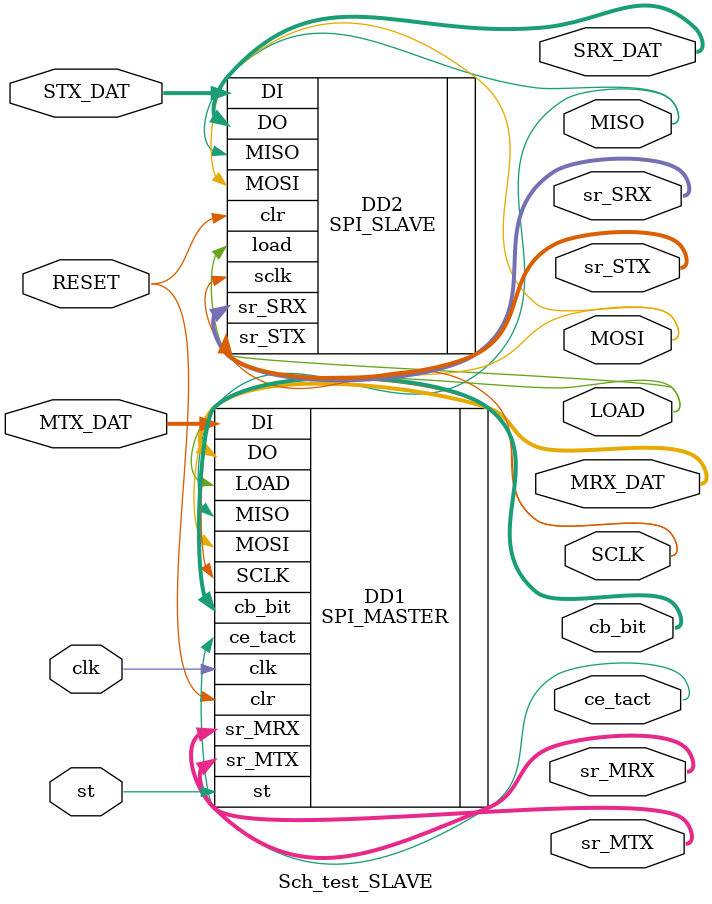
<source format=v>
`timescale 1ns / 1ps
`define m 16
//////////////////////////////////////////////////////////////////////////////////
module Sch_test_SLAVE(
//--------------Âûâîäû SPI_MASTER----------------------
					input st,					output wire LOAD,
    				input clk,					output wire SCLK,
					input[`m-1:0]MTX_DAT,	output wire MOSI,													
					input RESET,				output wire [`m-1:0]MRX_DAT,
													output wire [`m-1:0]sr_MTX,
													output wire [`m-1:0]sr_MRX,
													output wire [7:0]cb_bit,
													output wire ce_tact,
//-------------Âûâîäû SPI_SLAVE----------------------														
					input [`m-1:0]STX_DAT,	output wire MISO,
													output wire[`m-1:0]sr_STX,
													output wire[`m-1:0]sr_SRX,
													output wire[`m-1:0]SRX_DAT);
														
SPI_MASTER DD1 (.st(st),				.LOAD(LOAD),
    				.clk(clk),				.SCLK(SCLK),
					.DI(MTX_DAT),			.MOSI(MOSI),													
					.clr(RESET),			.DO(MRX_DAT),
					.MISO(MISO),			.sr_MTX(sr_MTX),
												.sr_MRX(sr_MRX),
												.cb_bit(cb_bit),
												.ce_tact(ce_tact));														

SPI_SLAVE DD2 (.load(LOAD),			.MISO(MISO),
    				.sclk(SCLK),			.sr_STX(sr_STX),
					.MOSI(MOSI),			.sr_SRX(sr_SRX),
					.clr(RESET),			.DO(SRX_DAT),
					.DI(STX_DAT));														

endmodule

</source>
